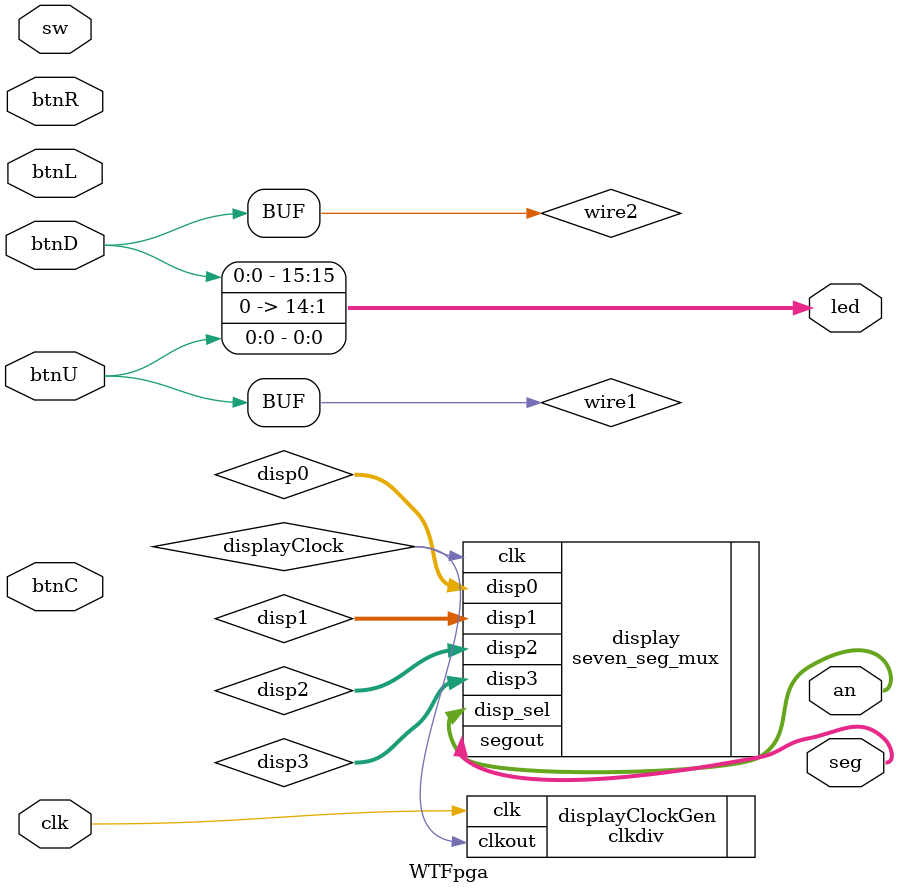
<source format=v>
`timescale 1ns / 1ps
module WTFpga(
	input clk,
	input btnU,
    input btnD,
    input btnL,
    input btnR,
    input btnC,
	input [15:0] sw,
	output [15:0] led,
	output [6:0] seg,
	output [3:0] an
    );

//define wires and registers here
	wire [7:0] disp0,disp1,disp2,disp3;
	wire displayClock;
	wire wire1, wire2;
	
//parallel assignments can go here
	assign led[14:01]=14'b0;
    assign led[00]=wire1;
    assign led[15]=wire2;
    assign wire1=btnU;
    assign wire2=btnD;

//always @ blocks can go here
//	always @(sensitivity list)
//		commmands-to-run-when-triggered;

//instantiate modules here
	nibble_to_seven_seg nibble0(
		.nibblein(),
		.segout()
	);	 
	 
	clkdiv displayClockGen(
		.clk(clk),
		.clkout(displayClock)
	);

	seven_seg_mux display(
		.clk(displayClock),
		.disp0(disp0),
		.disp1(disp1),
		.disp2(disp2),
		.disp3(disp3),
		.segout(seg),
		.disp_sel(an)
	);

endmodule

</source>
